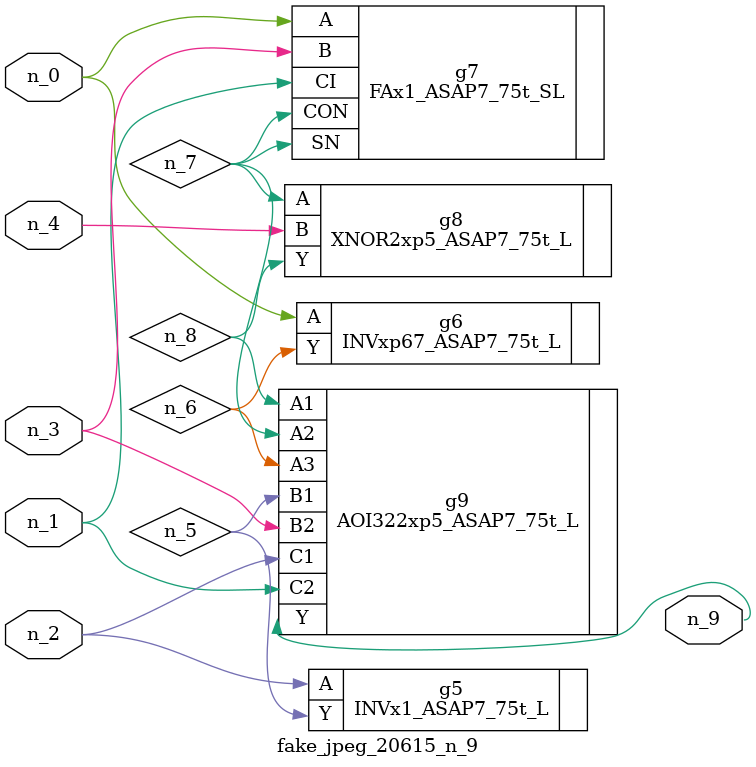
<source format=v>
module fake_jpeg_20615_n_9 (n_3, n_2, n_1, n_0, n_4, n_9);

input n_3;
input n_2;
input n_1;
input n_0;
input n_4;

output n_9;

wire n_8;
wire n_6;
wire n_5;
wire n_7;

INVx1_ASAP7_75t_L g5 ( 
.A(n_2),
.Y(n_5)
);

INVxp67_ASAP7_75t_L g6 ( 
.A(n_0),
.Y(n_6)
);

FAx1_ASAP7_75t_SL g7 ( 
.A(n_0),
.B(n_3),
.CI(n_1),
.CON(n_7),
.SN(n_7)
);

XNOR2xp5_ASAP7_75t_L g8 ( 
.A(n_7),
.B(n_4),
.Y(n_8)
);

AOI322xp5_ASAP7_75t_L g9 ( 
.A1(n_8),
.A2(n_7),
.A3(n_6),
.B1(n_5),
.B2(n_3),
.C1(n_2),
.C2(n_1),
.Y(n_9)
);


endmodule
</source>
